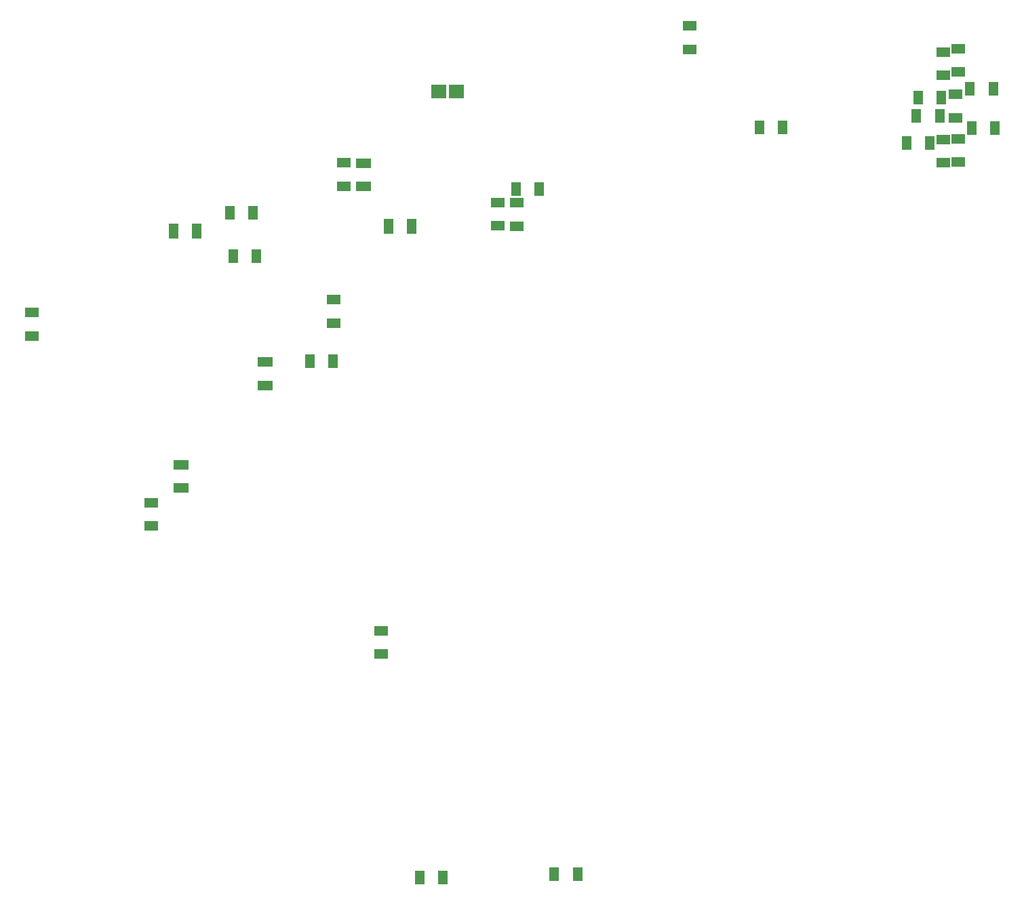
<source format=gbp>
G04*
G04 #@! TF.GenerationSoftware,Altium Limited,Altium Designer,22.2.1 (43)*
G04*
G04 Layer_Color=128*
%FSLAX25Y25*%
%MOIN*%
G70*
G04*
G04 #@! TF.SameCoordinates,73734EF2-4F8A-41DC-AC67-8C68D8C25B41*
G04*
G04*
G04 #@! TF.FilePolarity,Positive*
G04*
G01*
G75*
%ADD47R,0.07480X0.05118*%
%ADD49R,0.07087X0.04724*%
%ADD90R,0.07284X0.07087*%
%ADD91R,0.04724X0.07087*%
%ADD92R,0.05118X0.07480*%
D47*
X171263Y363774D02*
D03*
Y375192D02*
D03*
X123231Y265940D02*
D03*
Y277357D02*
D03*
X81893Y215391D02*
D03*
Y226808D02*
D03*
D49*
X161814Y375389D02*
D03*
Y363971D02*
D03*
X463830Y375782D02*
D03*
Y387200D02*
D03*
Y431688D02*
D03*
Y420271D02*
D03*
X8271Y290349D02*
D03*
Y301767D02*
D03*
X237404Y344483D02*
D03*
Y355901D02*
D03*
X246853Y344286D02*
D03*
Y355704D02*
D03*
X156696Y296649D02*
D03*
Y308066D02*
D03*
X66932Y208184D02*
D03*
Y196767D02*
D03*
X462255Y397633D02*
D03*
Y409050D02*
D03*
X456349Y375586D02*
D03*
Y387003D02*
D03*
X331893Y442711D02*
D03*
Y431294D02*
D03*
X179921Y133858D02*
D03*
Y145276D02*
D03*
X456349Y418499D02*
D03*
Y429916D02*
D03*
D90*
X208268Y410630D02*
D03*
X216929D02*
D03*
D91*
X470475Y392515D02*
D03*
X481893D02*
D03*
X118701Y329528D02*
D03*
X107283D02*
D03*
X117129Y350782D02*
D03*
X105712D02*
D03*
X246263Y362593D02*
D03*
X257680D02*
D03*
X156499Y277948D02*
D03*
X145082D02*
D03*
X366145Y392908D02*
D03*
X377562D02*
D03*
X443160Y398617D02*
D03*
X454578D02*
D03*
X455562Y407672D02*
D03*
X444145D02*
D03*
X469538Y412003D02*
D03*
X480956D02*
D03*
X449853Y385231D02*
D03*
X438436D02*
D03*
X199016Y24016D02*
D03*
X210433D02*
D03*
X265158Y25591D02*
D03*
X276575D02*
D03*
D92*
X78153Y341727D02*
D03*
X89570D02*
D03*
X183661Y344094D02*
D03*
X195079D02*
D03*
M02*

</source>
